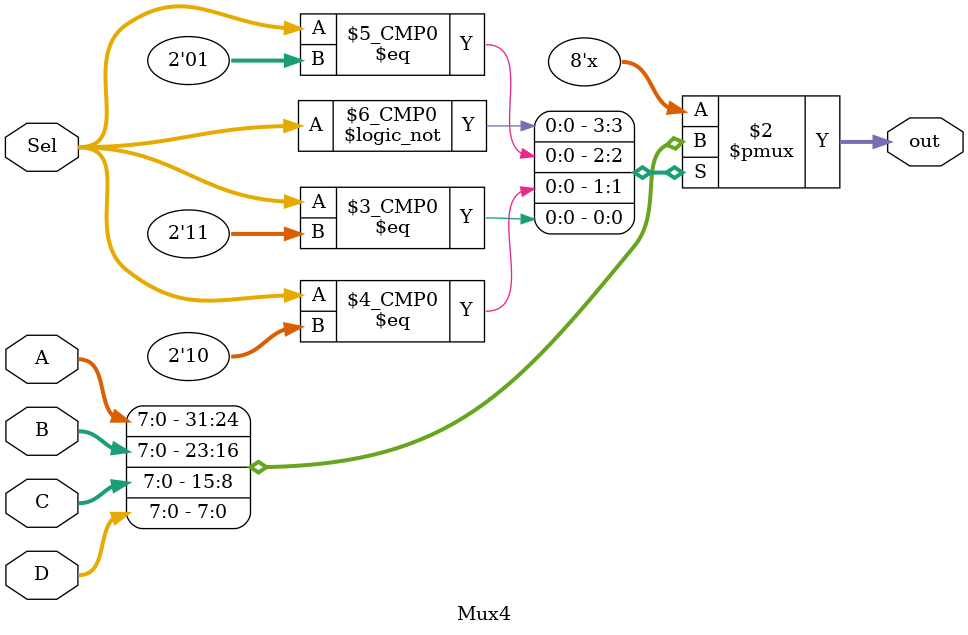
<source format=sv>
module Mux4 #(parameter W=8) (
  input         [1:0] Sel,   // machine code
                               // some designs use ALU inputs
  input         [W-1:0] A,
                        B,
                        C,
                        D,
  output logic  [W-1:0] out
);

  always_comb begin
      case(Sel)
        0 : out = A;
        1 : out = B;
        2 : out = C;
        3 : out = D;
      endcase
  end
endmodule
</source>
